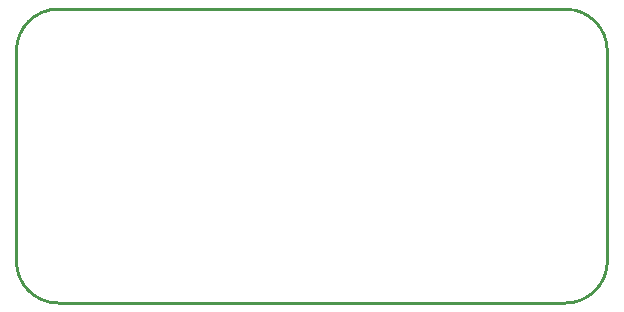
<source format=gko>
G04 start of page 4 for group 2 idx 2 *
G04 Title: (unknown), outline *
G04 Creator: pcb 20140316 *
G04 CreationDate: Sat 19 Jul 2014 12:31:25 AM GMT UTC *
G04 For: visage *
G04 Format: Gerber/RS-274X *
G04 PCB-Dimensions (mil): 2010.00 1020.00 *
G04 PCB-Coordinate-Origin: lower left *
%MOIN*%
%FSLAX25Y25*%
%LNOUTLINE*%
%ADD31C,0.0100*%
G54D31*X16000Y100000D02*X185000D01*
X2000Y86000D02*Y16000D01*
X199000Y86000D02*Y16000D01*
X185000Y2000D02*X16000D01*
X16000Y100000D02*G75*G03X2000Y86000I0J-14000D01*G01*
Y16000D02*G75*G03X16000Y2000I14000J0D01*G01*
X185000D02*G75*G03X199000Y16000I0J14000D01*G01*
Y86000D02*G75*G03X185000Y100000I-14000J0D01*G01*
M02*

</source>
